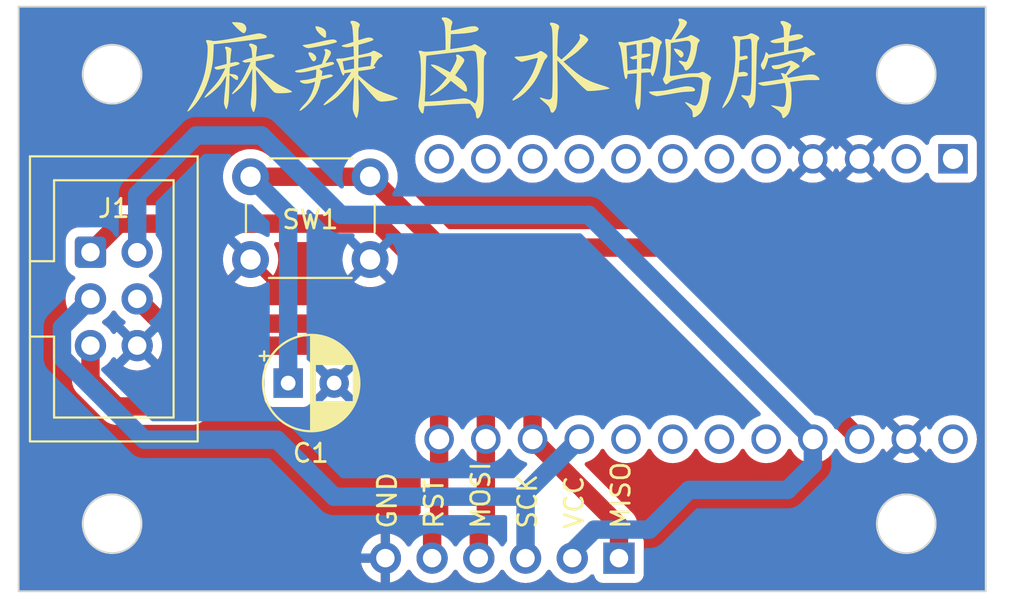
<source format=kicad_pcb>
(kicad_pcb (version 20221018) (generator pcbnew)
  (layers (0 "F.Cu" signal) (31 "B.Cu" signal) (34 "B.Paste" user) (35 "F.Paste" user) (36 "B.SilkS" user "B.Silkscreen") (37 "F.SilkS" user "F.Silkscreen") (38 "B.Mask" user) (39 "F.Mask" user) (44 "Edge.Cuts" user))
  (net 0 "")
  (net 1 "Net-(U2-RST)")
  (net 2 "GND")
  (net 3 "Net-(J1-MISO)")
  (net 4 "Net-(J1-VCC)")
  (net 5 "Net-(J1-SCK)")
  (net 6 "Net-(J1-MOSI)")
  (net 7 "Net-(J1-~{RST})")
  (footprint "Connector_IDC:IDC-Header_2x03_P2.54mm_Vertical" (layer "F.Cu") (at 141.825 88.895)
    (fp_text reference "J1" (at 1.27 -2.382) (layer "F.SilkS"))
    (fp_text value "AVR-ISP-6" hide)
    (pad "1" thru_hole roundrect (at 0 0) (size 1.7 1.7) (drill 1) (layers "*.Cu" "*.Mask") (roundrect_rratio 0.147059) (net 3 "Net-(J1-MISO)"))
    (pad "2" thru_hole circle (at 2.54 0) (size 1.7 1.7) (drill 1) (layers "*.Cu" "*.Mask") (net 4 "Net-(J1-VCC)"))
    (pad "3" thru_hole circle (at 0 2.54) (size 1.7 1.7) (drill 1) (layers "*.Cu" "*.Mask") (net 5 "Net-(J1-SCK)"))
    (pad "4" thru_hole circle (at 2.54 2.54) (size 1.7 1.7) (drill 1) (layers "*.Cu" "*.Mask") (net 6 "Net-(J1-MOSI)"))
    (pad "5" thru_hole circle (at 0 5.08) (size 1.7 1.7) (drill 1) (layers "*.Cu" "*.Mask") (net 7 "Net-(J1-~{RST})"))
    (pad "6" thru_hole circle (at 2.54 5.08) (size 1.7 1.7) (drill 1) (layers "*.Cu" "*.Mask") (net 2 "GND"))
  )
  (footprint "Button_Switch_THT:SW_PUSH_6mm" (layer "F.Cu") (at 150.5285 84.795)
    (fp_text reference "SW1" (at 3.25 2.327) (layer "F.SilkS"))
    (fp_text value "SW_Push" hide)
    (pad "1" thru_hole circle (at 0 0 90) (size 2 2) (drill 1.1) (layers "*.Cu" "*.Mask") (net 1 "Net-(U2-RST)"))
    (pad "1" thru_hole circle (at 6.5 0 90) (size 2 2) (drill 1.1) (layers "*.Cu" "*.Mask") (net 1 "Net-(U2-RST)"))
    (pad "2" thru_hole circle (at 0 4.5 90) (size 2 2) (drill 1.1) (layers "*.Cu" "*.Mask") (net 2 "GND"))
    (pad "2" thru_hole circle (at 6.5 4.5 90) (size 2 2) (drill 1.1) (layers "*.Cu" "*.Mask") (net 2 "GND"))
  )
  (footprint "Connector_PinHeader_2.54mm:PinHeader_1x06_P2.54mm_Vertical" (layer "F.Cu") (at 170.561 105.53 -90)
    (fp_text reference "J2" hide)
    (fp_text value "Conn_01x06" hide)
    (pad "1" thru_hole rect (at 0 0 270) (size 1.7 1.7) (drill 1) (layers "*.Cu" "*.Mask") (net 3 "Net-(J1-MISO)"))
    (pad "2" thru_hole oval (at 0 2.54 270) (size 1.7 1.7) (drill 1) (layers "*.Cu" "*.Mask") (net 4 "Net-(J1-VCC)"))
    (pad "3" thru_hole oval (at 0 5.08 270) (size 1.7 1.7) (drill 1) (layers "*.Cu" "*.Mask") (net 5 "Net-(J1-SCK)"))
    (pad "4" thru_hole oval (at 0 7.62 270) (size 1.7 1.7) (drill 1) (layers "*.Cu" "*.Mask") (net 6 "Net-(J1-MOSI)"))
    (pad "5" thru_hole oval (at 0 10.16 270) (size 1.7 1.7) (drill 1) (layers "*.Cu" "*.Mask") (net 7 "Net-(J1-~{RST})"))
    (pad "6" thru_hole oval (at 0 12.7 270) (size 1.7 1.7) (drill 1) (layers "*.Cu" "*.Mask") (net 2 "GND"))
  )
  (footprint "Capacitor_THT:CP_Radial_D5.0mm_P2.50mm" (layer "F.Cu") (at 152.573388 96.012)
    (fp_text reference "C1" (at 1.23 3.81) (layer "F.SilkS"))
    (fp_text value "10uF")
    (pad "1" thru_hole rect (at 0 0) (size 1.6 1.6) (drill 0.8) (layers "*.Cu" "*.Mask") (net 1 "Net-(U2-RST)"))
    (pad "2" thru_hole circle (at 2.5 0) (size 1.6 1.6) (drill 0.8) (layers "*.Cu" "*.Mask") (net 2 "GND"))
  )
  (footprint "LOGO" (layer "F.Cu") (at 164.59 79.19)
    (fp_text reference "G***" hide)
    (fp_text value "LOGO" hide)
  )
  (footprint "ProMicro:ProMicro-NoSilk" (layer "F.Cu") (at 174.752 91.44 180)
    (fp_text reference "U2" hide)
    (fp_text value "PRO_MICRO")
    (pad "1" thru_hole rect (at -13.97 7.62 180) (size 1.6 1.6) (drill 1.1) (layers "*.Cu" "*.Mask"))
    (pad "2" thru_hole circle (at -11.43 7.62 180) (size 1.6 1.6) (drill 1.1) (layers "*.Cu" "*.Mask"))
    (pad "3" thru_hole circle (at -8.89 7.62 180) (size 1.6 1.6) (drill 1.1) (layers "*.Cu" "*.Mask") (net 2 "GND"))
    (pad "4" thru_hole circle (at -6.35 7.62 180) (size 1.6 1.6) (drill 1.1) (layers "*.Cu" "*.Mask") (net 2 "GND"))
    (pad "5" thru_hole circle (at -3.81 7.62 180) (size 1.6 1.6) (drill 1.1) (layers "*.Cu" "*.Mask"))
    (pad "6" thru_hole circle (at -1.27 7.62 180) (size 1.6 1.6) (drill 1.1) (layers "*.Cu" "*.Mask"))
    (pad "7" thru_hole circle (at 1.27 7.62 180) (size 1.6 1.6) (drill 1.1) (layers "*.Cu" "*.Mask"))
    (pad "8" thru_hole circle (at 3.81 7.62 180) (size 1.6 1.6) (drill 1.1) (layers "*.Cu" "*.Mask"))
    (pad "9" thru_hole circle (at 6.35 7.62 180) (size 1.6 1.6) (drill 1.1) (layers "*.Cu" "*.Mask"))
    (pad "10" thru_hole circle (at 8.89 7.62 180) (size 1.6 1.6) (drill 1.1) (layers "*.Cu" "*.Mask"))
    (pad "11" thru_hole circle (at 11.43 7.62 180) (size 1.6 1.6) (drill 1.1) (layers "*.Cu" "*.Mask"))
    (pad "12" thru_hole circle (at 13.97 7.62 180) (size 1.6 1.6) (drill 1.1) (layers "*.Cu" "*.Mask"))
    (pad "13" thru_hole circle (at 13.97 -7.62 180) (size 1.6 1.6) (drill 1.1) (layers "*.Cu" "*.Mask") (net 7 "Net-(J1-~{RST})"))
    (pad "14" thru_hole circle (at 11.43 -7.62 180) (size 1.6 1.6) (drill 1.1) (layers "*.Cu" "*.Mask") (net 6 "Net-(J1-MOSI)"))
    (pad "15" thru_hole circle (at 8.89 -7.62 180) (size 1.6 1.6) (drill 1.1) (layers "*.Cu" "*.Mask") (net 3 "Net-(J1-MISO)"))
    (pad "16" thru_hole circle (at 6.35 -7.62 180) (size 1.6 1.6) (drill 1.1) (layers "*.Cu" "*.Mask") (net 5 "Net-(J1-SCK)"))
    (pad "17" thru_hole circle (at 3.81 -7.62 180) (size 1.6 1.6) (drill 1.1) (layers "*.Cu" "*.Mask"))
    (pad "18" thru_hole circle (at 1.27 -7.62 180) (size 1.6 1.6) (drill 1.1) (layers "*.Cu" "*.Mask"))
    (pad "19" thru_hole circle (at -1.27 -7.62 180) (size 1.6 1.6) (drill 1.1) (layers "*.Cu" "*.Mask"))
    (pad "20" thru_hole circle (at -3.81 -7.62 180) (size 1.6 1.6) (drill 1.1) (layers "*.Cu" "*.Mask"))
    (pad "21" thru_hole circle (at -6.35 -7.62 180) (size 1.6 1.6) (drill 1.1) (layers "*.Cu" "*.Mask") (net 4 "Net-(J1-VCC)"))
    (pad "22" thru_hole circle (at -8.89 -7.62 180) (size 1.6 1.6) (drill 1.1) (layers "*.Cu" "*.Mask") (net 1 "Net-(U2-RST)"))
    (pad "23" thru_hole circle (at -11.43 -7.62 180) (size 1.6 1.6) (drill 1.1) (layers "*.Cu" "*.Mask") (net 2 "GND"))
    (pad "24" thru_hole circle (at -13.97 -7.62 180) (size 1.6 1.6) (drill 1.1) (layers "*.Cu" "*.Mask"))
  )
  (gr_line (start 190.5 75.55) (end 190.5 107.33) (stroke (width 0.1)) (layer "Edge.Cuts"))
  (gr_circle (center 186.182 103.66) (end 187.782 103.66) (stroke (width 0.1)) (fill none) (layer "Edge.Cuts"))
  (gr_line (start 137.922 75.55) (end 137.922 107.33) (stroke (width 0.1)) (layer "Edge.Cuts"))
  (gr_circle (center 143.002 103.66) (end 144.602 103.66) (stroke (width 0.1)) (fill none) (layer "Edge.Cuts"))
  (gr_circle (center 186.182 79.22) (end 187.782 79.22) (stroke (width 0.1)) (fill none) (layer "Edge.Cuts"))
  (gr_circle (center 143.002 79.22) (end 144.602 79.22) (stroke (width 0.1)) (fill none) (layer "Edge.Cuts"))
  (gr_line (start 137.922 107.33) (end 190.5 107.33) (stroke (width 0.1)) (layer "Edge.Cuts"))
  (gr_line (start 137.922 75.55) (end 190.5 75.55) (stroke (width 0.1)) (layer "Edge.Cuts"))
  (gr_text "SCK" (at 166.1685 104.02 90) (layer "F.SilkS") (effects (font (size 1 1)) (justify left bottom)))
  (gr_text "MOSI" (at 163.6285 104.02 90) (layer "F.SilkS") (effects (font (size 1 1)) (justify left bottom)))
  (gr_text "RST" (at 161.0885 104.02 90) (layer "F.SilkS") (effects (font (size 1 1)) (justify left bottom)))
  (gr_text "VCC" (at 168.7085 104.02 90) (layer "F.SilkS") (effects (font (size 1 1)) (justify left bottom)))
  (gr_text "MISO" (at 171.2485 104.02 90) (layer "F.SilkS") (effects (font (size 1 1)) (justify left bottom)))
  (gr_text "GND" (at 158.5485 104.02 90) (layer "F.SilkS") (effects (font (size 1 1)) (justify left bottom)))
  (segment (start 173.228 88.646) (end 160.8795 88.646) (width 1) (layer "F.Cu") (net 1))
  (segment (start 160.8795 88.646) (end 157.0285 84.795) (width 1) (layer "F.Cu") (net 1))
  (segment (start 183.642 99.06) (end 173.228 88.646) (width 1) (layer "F.Cu") (net 1))
  (segment (start 157.0285 84.795) (end 150.5285 84.795) (width 1) (layer "F.Cu") (net 1))
  (segment (start 150.5285 84.795) (end 152.573388 86.839888) (width 1) (layer "B.Cu") (net 1))
  (segment (start 152.573388 86.839888) (end 152.573388 96.012) (width 1) (layer "B.Cu") (net 1))
  (segment (start 165.862 95.724336) (end 165.862 99.06) (width 1) (layer "F.Cu") (net 3))
  (segment (start 170.561 105.53) (end 170.561 103.759) (width 1) (layer "F.Cu") (net 3))
  (segment (start 141.825 88.895) (end 143.375 87.345) (width 1) (layer "F.Cu") (net 3))
  (segment (start 157.482664 87.345) (end 165.862 95.724336) (width 1) (layer "F.Cu") (net 3))
  (segment (start 143.375 87.345) (end 157.482664 87.345) (width 1) (layer "F.Cu") (net 3))
  (segment (start 170.561 103.759) (end 165.862 99.06) (width 1) (layer "F.Cu") (net 3))
  (segment (start 174.37 101.82) (end 172.21 103.98) (width 1) (layer "B.Cu") (net 4))
  (segment (start 179.73 101.82) (end 174.37 101.82) (width 1) (layer "B.Cu") (net 4))
  (segment (start 181.102 99.06) (end 168.91 86.868) (width 1) (layer "B.Cu") (net 4))
  (segment (start 147.574 82.55) (end 144.365 85.759) (width 1) (layer "B.Cu") (net 4))
  (segment (start 181.102 99.06) (end 181.102 100.448) (width 1) (layer "B.Cu") (net 4))
  (segment (start 155.448 86.868) (end 151.13 82.55) (width 1) (layer "B.Cu") (net 4))
  (segment (start 151.13 82.55) (end 147.574 82.55) (width 1) (layer "B.Cu") (net 4))
  (segment (start 169.223032 103.98) (end 168.021 105.182032) (width 1) (layer "B.Cu") (net 4))
  (segment (start 172.21 103.98) (end 169.223032 103.98) (width 1) (layer "B.Cu") (net 4))
  (segment (start 181.102 100.448) (end 179.73 101.82) (width 1) (layer "B.Cu") (net 4))
  (segment (start 144.365 85.759) (end 144.365 88.895) (width 1) (layer "B.Cu") (net 4))
  (segment (start 168.021 105.182032) (end 168.021 105.53) (width 1) (layer "B.Cu") (net 4))
  (segment (start 168.91 86.868) (end 155.448 86.868) (width 1) (layer "B.Cu") (net 4))
  (segment (start 140.275 92.985) (end 140.275 94.617032) (width 1) (layer "B.Cu") (net 5))
  (segment (start 165.481 102.399) (end 165.272 102.19) (width 1) (layer "B.Cu") (net 5))
  (segment (start 151.97 99.09) (end 155.07 102.19) (width 1) (layer "B.Cu") (net 5))
  (segment (start 140.275 94.617032) (end 144.747968 99.09) (width 1) (layer "B.Cu") (net 5))
  (segment (start 165.272 102.19) (end 168.402 99.06) (width 1) (layer "B.Cu") (net 5))
  (segment (start 144.747968 99.09) (end 151.97 99.09) (width 1) (layer "B.Cu") (net 5))
  (segment (start 141.825 91.435) (end 140.275 92.985) (width 1) (layer "B.Cu") (net 5))
  (segment (start 165.481 105.53) (end 165.481 102.399) (width 1) (layer "B.Cu") (net 5))
  (segment (start 155.07 102.19) (end 165.272 102.19) (width 1) (layer "B.Cu") (net 5))
  (segment (start 162.941 105.53) (end 162.941 104.099) (width 1) (layer "F.Cu") (net 6))
  (segment (start 163.322 97.616944) (end 158.485056 92.78) (width 1) (layer "F.Cu") (net 6))
  (segment (start 163.322 103.718) (end 163.322 99.06) (width 1) (layer "F.Cu") (net 6))
  (segment (start 158.485056 92.78) (end 145.71 92.78) (width 1) (layer "F.Cu") (net 6))
  (segment (start 162.941 104.099) (end 163.322 103.718) (width 1) (layer "F.Cu") (net 6))
  (segment (start 145.71 92.78) (end 144.365 91.435) (width 1) (layer "F.Cu") (net 6))
  (segment (start 163.322 99.06) (end 163.322 97.616944) (width 1) (layer "F.Cu") (net 6))
  (segment (start 160.401 105.53) (end 160.401 103.869) (width 1) (layer "F.Cu") (net 7))
  (segment (start 160.782 96.774) (end 157.988 93.98) (width 1) (layer "F.Cu") (net 7))
  (segment (start 143.256 97.282) (end 141.825 95.851) (width 1) (layer "F.Cu") (net 7))
  (segment (start 160.782 103.488) (end 160.782 99.06) (width 1) (layer "F.Cu") (net 7))
  (segment (start 141.825 95.851) (end 141.825 93.975) (width 1) (layer "F.Cu") (net 7))
  (segment (start 160.401 103.869) (end 160.782 103.488) (width 1) (layer "F.Cu") (net 7))
  (segment (start 160.782 99.06) (end 160.782 96.774) (width 1) (layer "F.Cu") (net 7))
  (segment (start 150.622 93.98) (end 147.32 97.282) (width 1) (layer "F.Cu") (net 7))
  (segment (start 147.32 97.282) (end 143.256 97.282) (width 1) (layer "F.Cu") (net 7))
  (segment (start 157.988 93.98) (end 150.622 93.98) (width 1) (layer "F.Cu") (net 7))
  (zone (net 2) (net_name "GND") (layers "F&B.Cu") (connect_pads (clearance 0.5)) (min_thickness 0.25) (fill yes (thermal_gap 0.5) (thermal_bridge_width 0.5))
    (polygon (pts (xy 191.77 75.184) (xy 191.77 108.458) (xy 136.906 108.458) (xy 136.906 75.184)))
  )
)
</source>
